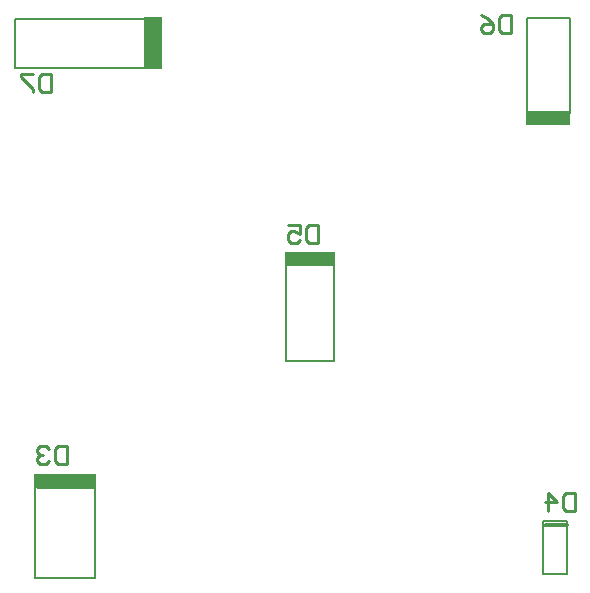
<source format=gbo>
G04*
G04 #@! TF.GenerationSoftware,Altium Limited,Altium Designer,22.5.1 (42)*
G04*
G04 Layer_Color=32896*
%FSLAX44Y44*%
%MOMM*%
G71*
G04*
G04 #@! TF.SameCoordinates,CF4701AC-517D-4BF5-B978-186F02F9A4D0*
G04*
G04*
G04 #@! TF.FilePolarity,Positive*
G04*
G01*
G75*
%ADD12C,0.2000*%
%ADD14C,0.2540*%
%ADD54R,1.5494X4.3876*%
%ADD55R,3.8012X1.3019*%
%ADD56R,5.2832X1.2700*%
%ADD57R,4.2672X1.2446*%
D12*
X20228Y457902D02*
X129448D01*
X20228D02*
Y499812D01*
X129448D01*
X453500Y419894D02*
Y500666D01*
X489500D01*
X453500Y419894D02*
X489500D01*
Y500666D01*
X87700Y26580D02*
Y108500D01*
X36900Y26580D02*
X87700D01*
X50500Y108500D02*
X87700D01*
X36900D02*
X74000D01*
X36900Y26580D02*
Y108500D01*
X467329Y29332D02*
X474214D01*
X467329D02*
Y74290D01*
X474214Y29332D02*
X487510D01*
Y47334D01*
X467329Y74290D02*
X487498D01*
Y44923D02*
Y74290D01*
X249520Y209882D02*
Y290146D01*
Y209882D02*
X290160D01*
Y290146D01*
D14*
X38604Y103517D02*
X86864D01*
X38604Y104787D02*
X86864D01*
X38170Y106590D02*
X86430D01*
X468356Y72309D02*
X487194D01*
X468176Y70808D02*
X487099D01*
X50196Y452617D02*
Y437383D01*
X42578D01*
X40039Y439922D01*
Y450078D01*
X42578Y452617D01*
X50196D01*
X34961D02*
X24804D01*
Y450078D01*
X34961Y439922D01*
Y437383D01*
X440196Y502617D02*
Y487383D01*
X432578D01*
X430039Y489922D01*
Y500078D01*
X432578Y502617D01*
X440196D01*
X414804D02*
X419883Y500078D01*
X424961Y495000D01*
Y489922D01*
X422422Y487383D01*
X417343D01*
X414804Y489922D01*
Y492461D01*
X417343Y495000D01*
X424961D01*
X276464Y325369D02*
Y310134D01*
X268846D01*
X266307Y312673D01*
Y322830D01*
X268846Y325369D01*
X276464D01*
X251072D02*
X261229D01*
Y317752D01*
X256151Y320291D01*
X253611D01*
X251072Y317752D01*
Y312673D01*
X253611Y310134D01*
X258690D01*
X261229Y312673D01*
X494142Y98039D02*
Y82804D01*
X486525D01*
X483985Y85343D01*
Y95500D01*
X486525Y98039D01*
X494142D01*
X471289Y82804D02*
Y98039D01*
X478907Y90421D01*
X468750D01*
X63866Y137663D02*
Y122428D01*
X56248D01*
X53709Y124967D01*
Y135124D01*
X56248Y137663D01*
X63866D01*
X48631Y135124D02*
X46092Y137663D01*
X41013D01*
X38474Y135124D01*
Y132585D01*
X41013Y130045D01*
X43553D01*
X41013D01*
X38474Y127506D01*
Y124967D01*
X41013Y122428D01*
X46092D01*
X48631Y124967D01*
D54*
X137189Y478869D02*
D03*
D55*
X471526Y415994D02*
D03*
D56*
X62300Y108495D02*
D03*
D57*
X269840Y296369D02*
D03*
M02*

</source>
